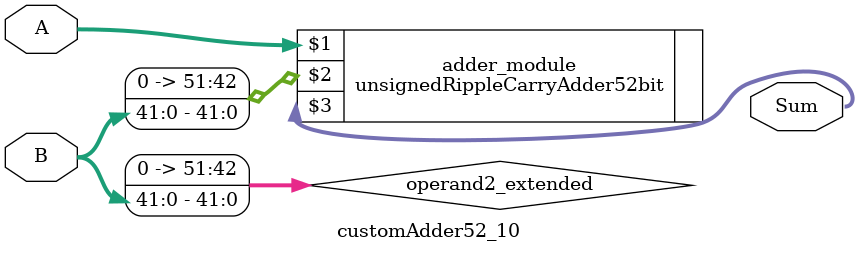
<source format=v>
module customAdder52_10(
                        input [51 : 0] A,
                        input [41 : 0] B,
                        
                        output [52 : 0] Sum
                );

        wire [51 : 0] operand2_extended;
        
        assign operand2_extended =  {10'b0, B};
        
        unsignedRippleCarryAdder52bit adder_module(
            A,
            operand2_extended,
            Sum
        );
        
        endmodule
        
</source>
